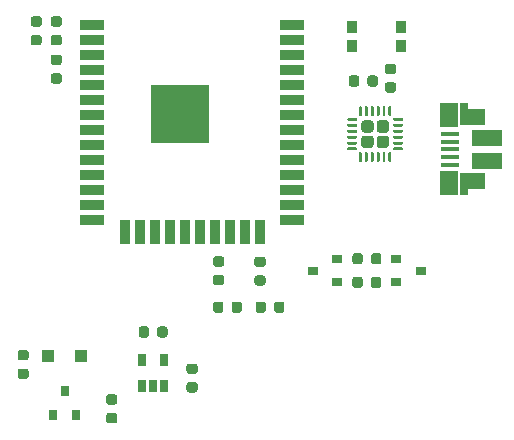
<source format=gbr>
%TF.GenerationSoftware,KiCad,Pcbnew,(5.1.6)-1*%
%TF.CreationDate,2020-06-23T15:14:12-07:00*%
%TF.ProjectId,LEDController,4c454443-6f6e-4747-926f-6c6c65722e6b,rev?*%
%TF.SameCoordinates,Original*%
%TF.FileFunction,Paste,Top*%
%TF.FilePolarity,Positive*%
%FSLAX46Y46*%
G04 Gerber Fmt 4.6, Leading zero omitted, Abs format (unit mm)*
G04 Created by KiCad (PCBNEW (5.1.6)-1) date 2020-06-23 15:14:12*
%MOMM*%
%LPD*%
G01*
G04 APERTURE LIST*
%ADD10R,0.650000X1.060000*%
%ADD11R,1.100000X1.100000*%
%ADD12R,2.000000X1.350000*%
%ADD13R,0.700000X1.825000*%
%ADD14R,1.500000X2.000000*%
%ADD15R,1.650000X0.400000*%
%ADD16R,2.500000X1.430000*%
%ADD17R,0.800000X0.900000*%
%ADD18R,0.899160X0.797560*%
%ADD19R,0.900000X1.000000*%
%ADD20R,5.000000X5.000000*%
%ADD21R,2.000000X0.900000*%
%ADD22R,0.900000X2.000000*%
G04 APERTURE END LIST*
D10*
%TO.C,U1*%
X108750000Y-74100000D03*
X109700000Y-74100000D03*
X110650000Y-74100000D03*
X110650000Y-71900000D03*
X108750000Y-71900000D03*
%TD*%
%TO.C,C1*%
G36*
G01*
X105943750Y-76350000D02*
X106456250Y-76350000D01*
G75*
G02*
X106675000Y-76568750I0J-218750D01*
G01*
X106675000Y-77006250D01*
G75*
G02*
X106456250Y-77225000I-218750J0D01*
G01*
X105943750Y-77225000D01*
G75*
G02*
X105725000Y-77006250I0J218750D01*
G01*
X105725000Y-76568750D01*
G75*
G02*
X105943750Y-76350000I218750J0D01*
G01*
G37*
G36*
G01*
X105943750Y-74775000D02*
X106456250Y-74775000D01*
G75*
G02*
X106675000Y-74993750I0J-218750D01*
G01*
X106675000Y-75431250D01*
G75*
G02*
X106456250Y-75650000I-218750J0D01*
G01*
X105943750Y-75650000D01*
G75*
G02*
X105725000Y-75431250I0J218750D01*
G01*
X105725000Y-74993750D01*
G75*
G02*
X105943750Y-74775000I218750J0D01*
G01*
G37*
%TD*%
%TO.C,C2*%
G36*
G01*
X108475000Y-69756250D02*
X108475000Y-69243750D01*
G75*
G02*
X108693750Y-69025000I218750J0D01*
G01*
X109131250Y-69025000D01*
G75*
G02*
X109350000Y-69243750I0J-218750D01*
G01*
X109350000Y-69756250D01*
G75*
G02*
X109131250Y-69975000I-218750J0D01*
G01*
X108693750Y-69975000D01*
G75*
G02*
X108475000Y-69756250I0J218750D01*
G01*
G37*
G36*
G01*
X110050000Y-69756250D02*
X110050000Y-69243750D01*
G75*
G02*
X110268750Y-69025000I218750J0D01*
G01*
X110706250Y-69025000D01*
G75*
G02*
X110925000Y-69243750I0J-218750D01*
G01*
X110925000Y-69756250D01*
G75*
G02*
X110706250Y-69975000I-218750J0D01*
G01*
X110268750Y-69975000D01*
G75*
G02*
X110050000Y-69756250I0J218750D01*
G01*
G37*
%TD*%
%TO.C,C3*%
G36*
G01*
X101756250Y-43650000D02*
X101243750Y-43650000D01*
G75*
G02*
X101025000Y-43431250I0J218750D01*
G01*
X101025000Y-42993750D01*
G75*
G02*
X101243750Y-42775000I218750J0D01*
G01*
X101756250Y-42775000D01*
G75*
G02*
X101975000Y-42993750I0J-218750D01*
G01*
X101975000Y-43431250D01*
G75*
G02*
X101756250Y-43650000I-218750J0D01*
G01*
G37*
G36*
G01*
X101756250Y-45225000D02*
X101243750Y-45225000D01*
G75*
G02*
X101025000Y-45006250I0J218750D01*
G01*
X101025000Y-44568750D01*
G75*
G02*
X101243750Y-44350000I218750J0D01*
G01*
X101756250Y-44350000D01*
G75*
G02*
X101975000Y-44568750I0J-218750D01*
G01*
X101975000Y-45006250D01*
G75*
G02*
X101756250Y-45225000I-218750J0D01*
G01*
G37*
%TD*%
%TO.C,C4*%
G36*
G01*
X100056250Y-45225000D02*
X99543750Y-45225000D01*
G75*
G02*
X99325000Y-45006250I0J218750D01*
G01*
X99325000Y-44568750D01*
G75*
G02*
X99543750Y-44350000I218750J0D01*
G01*
X100056250Y-44350000D01*
G75*
G02*
X100275000Y-44568750I0J-218750D01*
G01*
X100275000Y-45006250D01*
G75*
G02*
X100056250Y-45225000I-218750J0D01*
G01*
G37*
G36*
G01*
X100056250Y-43650000D02*
X99543750Y-43650000D01*
G75*
G02*
X99325000Y-43431250I0J218750D01*
G01*
X99325000Y-42993750D01*
G75*
G02*
X99543750Y-42775000I218750J0D01*
G01*
X100056250Y-42775000D01*
G75*
G02*
X100275000Y-42993750I0J-218750D01*
G01*
X100275000Y-43431250D01*
G75*
G02*
X100056250Y-43650000I-218750J0D01*
G01*
G37*
%TD*%
%TO.C,C5*%
G36*
G01*
X130056250Y-49225000D02*
X129543750Y-49225000D01*
G75*
G02*
X129325000Y-49006250I0J218750D01*
G01*
X129325000Y-48568750D01*
G75*
G02*
X129543750Y-48350000I218750J0D01*
G01*
X130056250Y-48350000D01*
G75*
G02*
X130275000Y-48568750I0J-218750D01*
G01*
X130275000Y-49006250D01*
G75*
G02*
X130056250Y-49225000I-218750J0D01*
G01*
G37*
G36*
G01*
X130056250Y-47650000D02*
X129543750Y-47650000D01*
G75*
G02*
X129325000Y-47431250I0J218750D01*
G01*
X129325000Y-46993750D01*
G75*
G02*
X129543750Y-46775000I218750J0D01*
G01*
X130056250Y-46775000D01*
G75*
G02*
X130275000Y-46993750I0J-218750D01*
G01*
X130275000Y-47431250D01*
G75*
G02*
X130056250Y-47650000I-218750J0D01*
G01*
G37*
%TD*%
%TO.C,C6*%
G36*
G01*
X101243750Y-47600000D02*
X101756250Y-47600000D01*
G75*
G02*
X101975000Y-47818750I0J-218750D01*
G01*
X101975000Y-48256250D01*
G75*
G02*
X101756250Y-48475000I-218750J0D01*
G01*
X101243750Y-48475000D01*
G75*
G02*
X101025000Y-48256250I0J218750D01*
G01*
X101025000Y-47818750D01*
G75*
G02*
X101243750Y-47600000I218750J0D01*
G01*
G37*
G36*
G01*
X101243750Y-46025000D02*
X101756250Y-46025000D01*
G75*
G02*
X101975000Y-46243750I0J-218750D01*
G01*
X101975000Y-46681250D01*
G75*
G02*
X101756250Y-46900000I-218750J0D01*
G01*
X101243750Y-46900000D01*
G75*
G02*
X101025000Y-46681250I0J218750D01*
G01*
X101025000Y-46243750D01*
G75*
G02*
X101243750Y-46025000I218750J0D01*
G01*
G37*
%TD*%
D11*
%TO.C,D1*%
X103600000Y-71500000D03*
X100800000Y-71500000D03*
%TD*%
%TO.C,D2*%
G36*
G01*
X115506250Y-65537500D02*
X114993750Y-65537500D01*
G75*
G02*
X114775000Y-65318750I0J218750D01*
G01*
X114775000Y-64881250D01*
G75*
G02*
X114993750Y-64662500I218750J0D01*
G01*
X115506250Y-64662500D01*
G75*
G02*
X115725000Y-64881250I0J-218750D01*
G01*
X115725000Y-65318750D01*
G75*
G02*
X115506250Y-65537500I-218750J0D01*
G01*
G37*
G36*
G01*
X115506250Y-63962500D02*
X114993750Y-63962500D01*
G75*
G02*
X114775000Y-63743750I0J218750D01*
G01*
X114775000Y-63306250D01*
G75*
G02*
X114993750Y-63087500I218750J0D01*
G01*
X115506250Y-63087500D01*
G75*
G02*
X115725000Y-63306250I0J-218750D01*
G01*
X115725000Y-63743750D01*
G75*
G02*
X115506250Y-63962500I-218750J0D01*
G01*
G37*
%TD*%
%TO.C,D3*%
G36*
G01*
X119006250Y-64000000D02*
X118493750Y-64000000D01*
G75*
G02*
X118275000Y-63781250I0J218750D01*
G01*
X118275000Y-63343750D01*
G75*
G02*
X118493750Y-63125000I218750J0D01*
G01*
X119006250Y-63125000D01*
G75*
G02*
X119225000Y-63343750I0J-218750D01*
G01*
X119225000Y-63781250D01*
G75*
G02*
X119006250Y-64000000I-218750J0D01*
G01*
G37*
G36*
G01*
X119006250Y-65575000D02*
X118493750Y-65575000D01*
G75*
G02*
X118275000Y-65356250I0J218750D01*
G01*
X118275000Y-64918750D01*
G75*
G02*
X118493750Y-64700000I218750J0D01*
G01*
X119006250Y-64700000D01*
G75*
G02*
X119225000Y-64918750I0J-218750D01*
G01*
X119225000Y-65356250D01*
G75*
G02*
X119006250Y-65575000I-218750J0D01*
G01*
G37*
%TD*%
D12*
%TO.C,J1*%
X136800000Y-51275000D03*
X136800000Y-56755000D03*
D13*
X136050000Y-56975000D03*
X136050000Y-51025000D03*
D14*
X134750000Y-56875000D03*
X134730000Y-51125000D03*
D15*
X134850000Y-55325000D03*
X134850000Y-54675000D03*
X134850000Y-54025000D03*
X134850000Y-53375000D03*
X134850000Y-52725000D03*
D16*
X138000000Y-54985000D03*
X138000000Y-53065000D03*
%TD*%
D17*
%TO.C,Q1*%
X101250000Y-76500000D03*
X103150000Y-76500000D03*
X102200000Y-74500000D03*
%TD*%
D18*
%TO.C,Q2*%
X123200180Y-64300000D03*
X125298220Y-63350040D03*
X125298220Y-65249960D03*
%TD*%
%TO.C,Q3*%
X130301780Y-63350040D03*
X130301780Y-65249960D03*
X132399820Y-64300000D03*
%TD*%
%TO.C,R1*%
G36*
G01*
X98443750Y-72600000D02*
X98956250Y-72600000D01*
G75*
G02*
X99175000Y-72818750I0J-218750D01*
G01*
X99175000Y-73256250D01*
G75*
G02*
X98956250Y-73475000I-218750J0D01*
G01*
X98443750Y-73475000D01*
G75*
G02*
X98225000Y-73256250I0J218750D01*
G01*
X98225000Y-72818750D01*
G75*
G02*
X98443750Y-72600000I218750J0D01*
G01*
G37*
G36*
G01*
X98443750Y-71025000D02*
X98956250Y-71025000D01*
G75*
G02*
X99175000Y-71243750I0J-218750D01*
G01*
X99175000Y-71681250D01*
G75*
G02*
X98956250Y-71900000I-218750J0D01*
G01*
X98443750Y-71900000D01*
G75*
G02*
X98225000Y-71681250I0J218750D01*
G01*
X98225000Y-71243750D01*
G75*
G02*
X98443750Y-71025000I218750J0D01*
G01*
G37*
%TD*%
%TO.C,R2*%
G36*
G01*
X112743750Y-72175000D02*
X113256250Y-72175000D01*
G75*
G02*
X113475000Y-72393750I0J-218750D01*
G01*
X113475000Y-72831250D01*
G75*
G02*
X113256250Y-73050000I-218750J0D01*
G01*
X112743750Y-73050000D01*
G75*
G02*
X112525000Y-72831250I0J218750D01*
G01*
X112525000Y-72393750D01*
G75*
G02*
X112743750Y-72175000I218750J0D01*
G01*
G37*
G36*
G01*
X112743750Y-73750000D02*
X113256250Y-73750000D01*
G75*
G02*
X113475000Y-73968750I0J-218750D01*
G01*
X113475000Y-74406250D01*
G75*
G02*
X113256250Y-74625000I-218750J0D01*
G01*
X112743750Y-74625000D01*
G75*
G02*
X112525000Y-74406250I0J218750D01*
G01*
X112525000Y-73968750D01*
G75*
G02*
X112743750Y-73750000I218750J0D01*
G01*
G37*
%TD*%
%TO.C,R3*%
G36*
G01*
X116350000Y-67656250D02*
X116350000Y-67143750D01*
G75*
G02*
X116568750Y-66925000I218750J0D01*
G01*
X117006250Y-66925000D01*
G75*
G02*
X117225000Y-67143750I0J-218750D01*
G01*
X117225000Y-67656250D01*
G75*
G02*
X117006250Y-67875000I-218750J0D01*
G01*
X116568750Y-67875000D01*
G75*
G02*
X116350000Y-67656250I0J218750D01*
G01*
G37*
G36*
G01*
X114775000Y-67656250D02*
X114775000Y-67143750D01*
G75*
G02*
X114993750Y-66925000I218750J0D01*
G01*
X115431250Y-66925000D01*
G75*
G02*
X115650000Y-67143750I0J-218750D01*
G01*
X115650000Y-67656250D01*
G75*
G02*
X115431250Y-67875000I-218750J0D01*
G01*
X114993750Y-67875000D01*
G75*
G02*
X114775000Y-67656250I0J218750D01*
G01*
G37*
%TD*%
%TO.C,R4*%
G36*
G01*
X118375000Y-67656250D02*
X118375000Y-67143750D01*
G75*
G02*
X118593750Y-66925000I218750J0D01*
G01*
X119031250Y-66925000D01*
G75*
G02*
X119250000Y-67143750I0J-218750D01*
G01*
X119250000Y-67656250D01*
G75*
G02*
X119031250Y-67875000I-218750J0D01*
G01*
X118593750Y-67875000D01*
G75*
G02*
X118375000Y-67656250I0J218750D01*
G01*
G37*
G36*
G01*
X119950000Y-67656250D02*
X119950000Y-67143750D01*
G75*
G02*
X120168750Y-66925000I218750J0D01*
G01*
X120606250Y-66925000D01*
G75*
G02*
X120825000Y-67143750I0J-218750D01*
G01*
X120825000Y-67656250D01*
G75*
G02*
X120606250Y-67875000I-218750J0D01*
G01*
X120168750Y-67875000D01*
G75*
G02*
X119950000Y-67656250I0J218750D01*
G01*
G37*
%TD*%
%TO.C,R6*%
G36*
G01*
X127150000Y-47993750D02*
X127150000Y-48506250D01*
G75*
G02*
X126931250Y-48725000I-218750J0D01*
G01*
X126493750Y-48725000D01*
G75*
G02*
X126275000Y-48506250I0J218750D01*
G01*
X126275000Y-47993750D01*
G75*
G02*
X126493750Y-47775000I218750J0D01*
G01*
X126931250Y-47775000D01*
G75*
G02*
X127150000Y-47993750I0J-218750D01*
G01*
G37*
G36*
G01*
X128725000Y-47993750D02*
X128725000Y-48506250D01*
G75*
G02*
X128506250Y-48725000I-218750J0D01*
G01*
X128068750Y-48725000D01*
G75*
G02*
X127850000Y-48506250I0J218750D01*
G01*
X127850000Y-47993750D01*
G75*
G02*
X128068750Y-47775000I218750J0D01*
G01*
X128506250Y-47775000D01*
G75*
G02*
X128725000Y-47993750I0J-218750D01*
G01*
G37*
%TD*%
%TO.C,R7*%
G36*
G01*
X126575000Y-65556250D02*
X126575000Y-65043750D01*
G75*
G02*
X126793750Y-64825000I218750J0D01*
G01*
X127231250Y-64825000D01*
G75*
G02*
X127450000Y-65043750I0J-218750D01*
G01*
X127450000Y-65556250D01*
G75*
G02*
X127231250Y-65775000I-218750J0D01*
G01*
X126793750Y-65775000D01*
G75*
G02*
X126575000Y-65556250I0J218750D01*
G01*
G37*
G36*
G01*
X128150000Y-65556250D02*
X128150000Y-65043750D01*
G75*
G02*
X128368750Y-64825000I218750J0D01*
G01*
X128806250Y-64825000D01*
G75*
G02*
X129025000Y-65043750I0J-218750D01*
G01*
X129025000Y-65556250D01*
G75*
G02*
X128806250Y-65775000I-218750J0D01*
G01*
X128368750Y-65775000D01*
G75*
G02*
X128150000Y-65556250I0J218750D01*
G01*
G37*
%TD*%
%TO.C,R8*%
G36*
G01*
X127450000Y-63043750D02*
X127450000Y-63556250D01*
G75*
G02*
X127231250Y-63775000I-218750J0D01*
G01*
X126793750Y-63775000D01*
G75*
G02*
X126575000Y-63556250I0J218750D01*
G01*
X126575000Y-63043750D01*
G75*
G02*
X126793750Y-62825000I218750J0D01*
G01*
X127231250Y-62825000D01*
G75*
G02*
X127450000Y-63043750I0J-218750D01*
G01*
G37*
G36*
G01*
X129025000Y-63043750D02*
X129025000Y-63556250D01*
G75*
G02*
X128806250Y-63775000I-218750J0D01*
G01*
X128368750Y-63775000D01*
G75*
G02*
X128150000Y-63556250I0J218750D01*
G01*
X128150000Y-63043750D01*
G75*
G02*
X128368750Y-62825000I218750J0D01*
G01*
X128806250Y-62825000D01*
G75*
G02*
X129025000Y-63043750I0J-218750D01*
G01*
G37*
%TD*%
D19*
%TO.C,SW1*%
X130650000Y-45300000D03*
X130650000Y-43700000D03*
X126550000Y-45300000D03*
X126550000Y-43700000D03*
%TD*%
D20*
%TO.C,U2*%
X112000000Y-51000000D03*
D21*
X104500000Y-43500000D03*
X104500000Y-44770000D03*
X104500000Y-46040000D03*
X104500000Y-47310000D03*
X104500000Y-48580000D03*
X104500000Y-49850000D03*
X104500000Y-51120000D03*
X104500000Y-52390000D03*
X104500000Y-53660000D03*
X104500000Y-54930000D03*
X104500000Y-56200000D03*
X104500000Y-57470000D03*
X104500000Y-58740000D03*
X104500000Y-60010000D03*
D22*
X107285000Y-61010000D03*
X108555000Y-61010000D03*
X109825000Y-61010000D03*
X111095000Y-61010000D03*
X112365000Y-61010000D03*
X113635000Y-61010000D03*
X114905000Y-61010000D03*
X116175000Y-61010000D03*
X117445000Y-61010000D03*
X118715000Y-61010000D03*
D21*
X121500000Y-60010000D03*
X121500000Y-58740000D03*
X121500000Y-57470000D03*
X121500000Y-56200000D03*
X121500000Y-54930000D03*
X121500000Y-53660000D03*
X121500000Y-52390000D03*
X121500000Y-51120000D03*
X121500000Y-49850000D03*
X121500000Y-48580000D03*
X121500000Y-47310000D03*
X121500000Y-46040000D03*
X121500000Y-44770000D03*
X121500000Y-43500000D03*
%TD*%
%TO.C,U3*%
G36*
G01*
X130850000Y-53937500D02*
X130850000Y-54062500D01*
G75*
G02*
X130787500Y-54125000I-62500J0D01*
G01*
X130087500Y-54125000D01*
G75*
G02*
X130025000Y-54062500I0J62500D01*
G01*
X130025000Y-53937500D01*
G75*
G02*
X130087500Y-53875000I62500J0D01*
G01*
X130787500Y-53875000D01*
G75*
G02*
X130850000Y-53937500I0J-62500D01*
G01*
G37*
G36*
G01*
X130850000Y-53437500D02*
X130850000Y-53562500D01*
G75*
G02*
X130787500Y-53625000I-62500J0D01*
G01*
X130087500Y-53625000D01*
G75*
G02*
X130025000Y-53562500I0J62500D01*
G01*
X130025000Y-53437500D01*
G75*
G02*
X130087500Y-53375000I62500J0D01*
G01*
X130787500Y-53375000D01*
G75*
G02*
X130850000Y-53437500I0J-62500D01*
G01*
G37*
G36*
G01*
X130850000Y-52937500D02*
X130850000Y-53062500D01*
G75*
G02*
X130787500Y-53125000I-62500J0D01*
G01*
X130087500Y-53125000D01*
G75*
G02*
X130025000Y-53062500I0J62500D01*
G01*
X130025000Y-52937500D01*
G75*
G02*
X130087500Y-52875000I62500J0D01*
G01*
X130787500Y-52875000D01*
G75*
G02*
X130850000Y-52937500I0J-62500D01*
G01*
G37*
G36*
G01*
X130850000Y-52437500D02*
X130850000Y-52562500D01*
G75*
G02*
X130787500Y-52625000I-62500J0D01*
G01*
X130087500Y-52625000D01*
G75*
G02*
X130025000Y-52562500I0J62500D01*
G01*
X130025000Y-52437500D01*
G75*
G02*
X130087500Y-52375000I62500J0D01*
G01*
X130787500Y-52375000D01*
G75*
G02*
X130850000Y-52437500I0J-62500D01*
G01*
G37*
G36*
G01*
X130850000Y-51937500D02*
X130850000Y-52062500D01*
G75*
G02*
X130787500Y-52125000I-62500J0D01*
G01*
X130087500Y-52125000D01*
G75*
G02*
X130025000Y-52062500I0J62500D01*
G01*
X130025000Y-51937500D01*
G75*
G02*
X130087500Y-51875000I62500J0D01*
G01*
X130787500Y-51875000D01*
G75*
G02*
X130850000Y-51937500I0J-62500D01*
G01*
G37*
G36*
G01*
X130850000Y-51437500D02*
X130850000Y-51562500D01*
G75*
G02*
X130787500Y-51625000I-62500J0D01*
G01*
X130087500Y-51625000D01*
G75*
G02*
X130025000Y-51562500I0J62500D01*
G01*
X130025000Y-51437500D01*
G75*
G02*
X130087500Y-51375000I62500J0D01*
G01*
X130787500Y-51375000D01*
G75*
G02*
X130850000Y-51437500I0J-62500D01*
G01*
G37*
G36*
G01*
X129875000Y-50462500D02*
X129875000Y-51162500D01*
G75*
G02*
X129812500Y-51225000I-62500J0D01*
G01*
X129687500Y-51225000D01*
G75*
G02*
X129625000Y-51162500I0J62500D01*
G01*
X129625000Y-50462500D01*
G75*
G02*
X129687500Y-50400000I62500J0D01*
G01*
X129812500Y-50400000D01*
G75*
G02*
X129875000Y-50462500I0J-62500D01*
G01*
G37*
G36*
G01*
X129375000Y-50462500D02*
X129375000Y-51162500D01*
G75*
G02*
X129312500Y-51225000I-62500J0D01*
G01*
X129187500Y-51225000D01*
G75*
G02*
X129125000Y-51162500I0J62500D01*
G01*
X129125000Y-50462500D01*
G75*
G02*
X129187500Y-50400000I62500J0D01*
G01*
X129312500Y-50400000D01*
G75*
G02*
X129375000Y-50462500I0J-62500D01*
G01*
G37*
G36*
G01*
X128875000Y-50462500D02*
X128875000Y-51162500D01*
G75*
G02*
X128812500Y-51225000I-62500J0D01*
G01*
X128687500Y-51225000D01*
G75*
G02*
X128625000Y-51162500I0J62500D01*
G01*
X128625000Y-50462500D01*
G75*
G02*
X128687500Y-50400000I62500J0D01*
G01*
X128812500Y-50400000D01*
G75*
G02*
X128875000Y-50462500I0J-62500D01*
G01*
G37*
G36*
G01*
X128375000Y-50462500D02*
X128375000Y-51162500D01*
G75*
G02*
X128312500Y-51225000I-62500J0D01*
G01*
X128187500Y-51225000D01*
G75*
G02*
X128125000Y-51162500I0J62500D01*
G01*
X128125000Y-50462500D01*
G75*
G02*
X128187500Y-50400000I62500J0D01*
G01*
X128312500Y-50400000D01*
G75*
G02*
X128375000Y-50462500I0J-62500D01*
G01*
G37*
G36*
G01*
X127875000Y-50462500D02*
X127875000Y-51162500D01*
G75*
G02*
X127812500Y-51225000I-62500J0D01*
G01*
X127687500Y-51225000D01*
G75*
G02*
X127625000Y-51162500I0J62500D01*
G01*
X127625000Y-50462500D01*
G75*
G02*
X127687500Y-50400000I62500J0D01*
G01*
X127812500Y-50400000D01*
G75*
G02*
X127875000Y-50462500I0J-62500D01*
G01*
G37*
G36*
G01*
X127375000Y-50462500D02*
X127375000Y-51162500D01*
G75*
G02*
X127312500Y-51225000I-62500J0D01*
G01*
X127187500Y-51225000D01*
G75*
G02*
X127125000Y-51162500I0J62500D01*
G01*
X127125000Y-50462500D01*
G75*
G02*
X127187500Y-50400000I62500J0D01*
G01*
X127312500Y-50400000D01*
G75*
G02*
X127375000Y-50462500I0J-62500D01*
G01*
G37*
G36*
G01*
X126975000Y-51437500D02*
X126975000Y-51562500D01*
G75*
G02*
X126912500Y-51625000I-62500J0D01*
G01*
X126212500Y-51625000D01*
G75*
G02*
X126150000Y-51562500I0J62500D01*
G01*
X126150000Y-51437500D01*
G75*
G02*
X126212500Y-51375000I62500J0D01*
G01*
X126912500Y-51375000D01*
G75*
G02*
X126975000Y-51437500I0J-62500D01*
G01*
G37*
G36*
G01*
X126975000Y-51937500D02*
X126975000Y-52062500D01*
G75*
G02*
X126912500Y-52125000I-62500J0D01*
G01*
X126212500Y-52125000D01*
G75*
G02*
X126150000Y-52062500I0J62500D01*
G01*
X126150000Y-51937500D01*
G75*
G02*
X126212500Y-51875000I62500J0D01*
G01*
X126912500Y-51875000D01*
G75*
G02*
X126975000Y-51937500I0J-62500D01*
G01*
G37*
G36*
G01*
X126975000Y-52437500D02*
X126975000Y-52562500D01*
G75*
G02*
X126912500Y-52625000I-62500J0D01*
G01*
X126212500Y-52625000D01*
G75*
G02*
X126150000Y-52562500I0J62500D01*
G01*
X126150000Y-52437500D01*
G75*
G02*
X126212500Y-52375000I62500J0D01*
G01*
X126912500Y-52375000D01*
G75*
G02*
X126975000Y-52437500I0J-62500D01*
G01*
G37*
G36*
G01*
X126975000Y-52937500D02*
X126975000Y-53062500D01*
G75*
G02*
X126912500Y-53125000I-62500J0D01*
G01*
X126212500Y-53125000D01*
G75*
G02*
X126150000Y-53062500I0J62500D01*
G01*
X126150000Y-52937500D01*
G75*
G02*
X126212500Y-52875000I62500J0D01*
G01*
X126912500Y-52875000D01*
G75*
G02*
X126975000Y-52937500I0J-62500D01*
G01*
G37*
G36*
G01*
X126975000Y-53437500D02*
X126975000Y-53562500D01*
G75*
G02*
X126912500Y-53625000I-62500J0D01*
G01*
X126212500Y-53625000D01*
G75*
G02*
X126150000Y-53562500I0J62500D01*
G01*
X126150000Y-53437500D01*
G75*
G02*
X126212500Y-53375000I62500J0D01*
G01*
X126912500Y-53375000D01*
G75*
G02*
X126975000Y-53437500I0J-62500D01*
G01*
G37*
G36*
G01*
X126975000Y-53937500D02*
X126975000Y-54062500D01*
G75*
G02*
X126912500Y-54125000I-62500J0D01*
G01*
X126212500Y-54125000D01*
G75*
G02*
X126150000Y-54062500I0J62500D01*
G01*
X126150000Y-53937500D01*
G75*
G02*
X126212500Y-53875000I62500J0D01*
G01*
X126912500Y-53875000D01*
G75*
G02*
X126975000Y-53937500I0J-62500D01*
G01*
G37*
G36*
G01*
X127375000Y-54337500D02*
X127375000Y-55037500D01*
G75*
G02*
X127312500Y-55100000I-62500J0D01*
G01*
X127187500Y-55100000D01*
G75*
G02*
X127125000Y-55037500I0J62500D01*
G01*
X127125000Y-54337500D01*
G75*
G02*
X127187500Y-54275000I62500J0D01*
G01*
X127312500Y-54275000D01*
G75*
G02*
X127375000Y-54337500I0J-62500D01*
G01*
G37*
G36*
G01*
X127875000Y-54337500D02*
X127875000Y-55037500D01*
G75*
G02*
X127812500Y-55100000I-62500J0D01*
G01*
X127687500Y-55100000D01*
G75*
G02*
X127625000Y-55037500I0J62500D01*
G01*
X127625000Y-54337500D01*
G75*
G02*
X127687500Y-54275000I62500J0D01*
G01*
X127812500Y-54275000D01*
G75*
G02*
X127875000Y-54337500I0J-62500D01*
G01*
G37*
G36*
G01*
X128375000Y-54337500D02*
X128375000Y-55037500D01*
G75*
G02*
X128312500Y-55100000I-62500J0D01*
G01*
X128187500Y-55100000D01*
G75*
G02*
X128125000Y-55037500I0J62500D01*
G01*
X128125000Y-54337500D01*
G75*
G02*
X128187500Y-54275000I62500J0D01*
G01*
X128312500Y-54275000D01*
G75*
G02*
X128375000Y-54337500I0J-62500D01*
G01*
G37*
G36*
G01*
X128875000Y-54337500D02*
X128875000Y-55037500D01*
G75*
G02*
X128812500Y-55100000I-62500J0D01*
G01*
X128687500Y-55100000D01*
G75*
G02*
X128625000Y-55037500I0J62500D01*
G01*
X128625000Y-54337500D01*
G75*
G02*
X128687500Y-54275000I62500J0D01*
G01*
X128812500Y-54275000D01*
G75*
G02*
X128875000Y-54337500I0J-62500D01*
G01*
G37*
G36*
G01*
X129375000Y-54337500D02*
X129375000Y-55037500D01*
G75*
G02*
X129312500Y-55100000I-62500J0D01*
G01*
X129187500Y-55100000D01*
G75*
G02*
X129125000Y-55037500I0J62500D01*
G01*
X129125000Y-54337500D01*
G75*
G02*
X129187500Y-54275000I62500J0D01*
G01*
X129312500Y-54275000D01*
G75*
G02*
X129375000Y-54337500I0J-62500D01*
G01*
G37*
G36*
G01*
X129875000Y-54337500D02*
X129875000Y-55037500D01*
G75*
G02*
X129812500Y-55100000I-62500J0D01*
G01*
X129687500Y-55100000D01*
G75*
G02*
X129625000Y-55037500I0J62500D01*
G01*
X129625000Y-54337500D01*
G75*
G02*
X129687500Y-54275000I62500J0D01*
G01*
X129812500Y-54275000D01*
G75*
G02*
X129875000Y-54337500I0J-62500D01*
G01*
G37*
G36*
G01*
X129675000Y-53124999D02*
X129675000Y-53675001D01*
G75*
G02*
X129425001Y-53925000I-249999J0D01*
G01*
X128874999Y-53925000D01*
G75*
G02*
X128625000Y-53675001I0J249999D01*
G01*
X128625000Y-53124999D01*
G75*
G02*
X128874999Y-52875000I249999J0D01*
G01*
X129425001Y-52875000D01*
G75*
G02*
X129675000Y-53124999I0J-249999D01*
G01*
G37*
G36*
G01*
X129675000Y-51824999D02*
X129675000Y-52375001D01*
G75*
G02*
X129425001Y-52625000I-249999J0D01*
G01*
X128874999Y-52625000D01*
G75*
G02*
X128625000Y-52375001I0J249999D01*
G01*
X128625000Y-51824999D01*
G75*
G02*
X128874999Y-51575000I249999J0D01*
G01*
X129425001Y-51575000D01*
G75*
G02*
X129675000Y-51824999I0J-249999D01*
G01*
G37*
G36*
G01*
X128375000Y-53124999D02*
X128375000Y-53675001D01*
G75*
G02*
X128125001Y-53925000I-249999J0D01*
G01*
X127574999Y-53925000D01*
G75*
G02*
X127325000Y-53675001I0J249999D01*
G01*
X127325000Y-53124999D01*
G75*
G02*
X127574999Y-52875000I249999J0D01*
G01*
X128125001Y-52875000D01*
G75*
G02*
X128375000Y-53124999I0J-249999D01*
G01*
G37*
G36*
G01*
X128375000Y-51824999D02*
X128375000Y-52375001D01*
G75*
G02*
X128125001Y-52625000I-249999J0D01*
G01*
X127574999Y-52625000D01*
G75*
G02*
X127325000Y-52375001I0J249999D01*
G01*
X127325000Y-51824999D01*
G75*
G02*
X127574999Y-51575000I249999J0D01*
G01*
X128125001Y-51575000D01*
G75*
G02*
X128375000Y-51824999I0J-249999D01*
G01*
G37*
%TD*%
M02*

</source>
